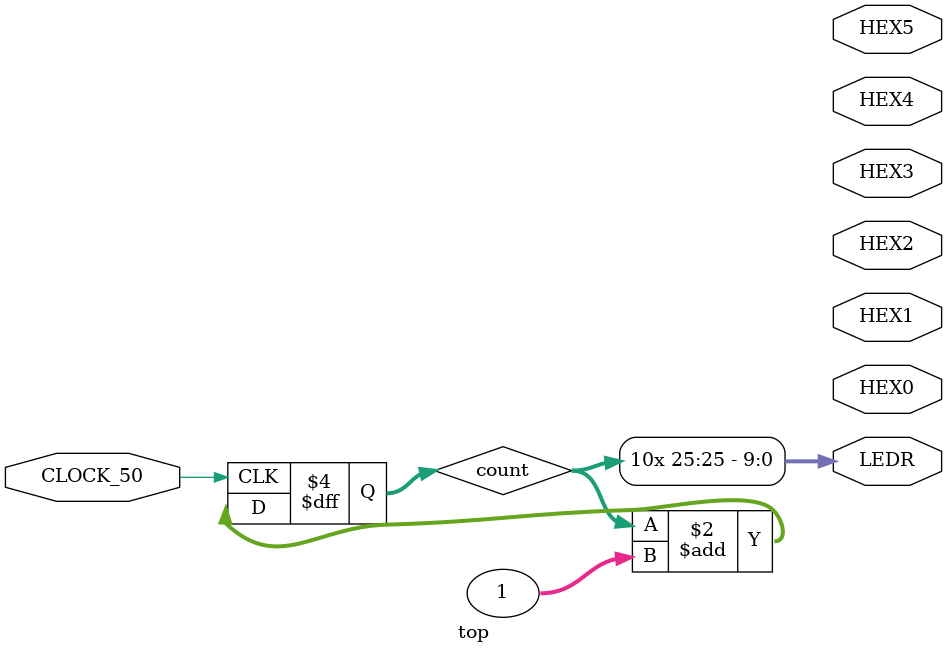
<source format=v>
module top (
    input CLOCK_50, // 50MHz
    output [9:0] LEDR, // How many LEDs do we have?
    output [6:0] HEX5,
    output [6:0] HEX4,
    output [6:0] HEX3,
    output [6:0] HEX2,
    output [6:0] HEX1,
    output [6:0] HEX0); 
    
    integer count = 0; // FPGAs rocks! 

    always@(posedge CLOCK_50)
        count <= count + 1;

    // What's The Frequency, Kenneth?
    assign LEDR = {10{count[25]}}; 
    //assign LEDR = count[31:22]; 

    // wire [6:0] segs;
    // dec7seg d0(count[28:25], segs);
    // assign {HEX5,HEX4,HEX3,HEX2,HEX1,HEX0} = {6{segs}};
endmodule
</source>
